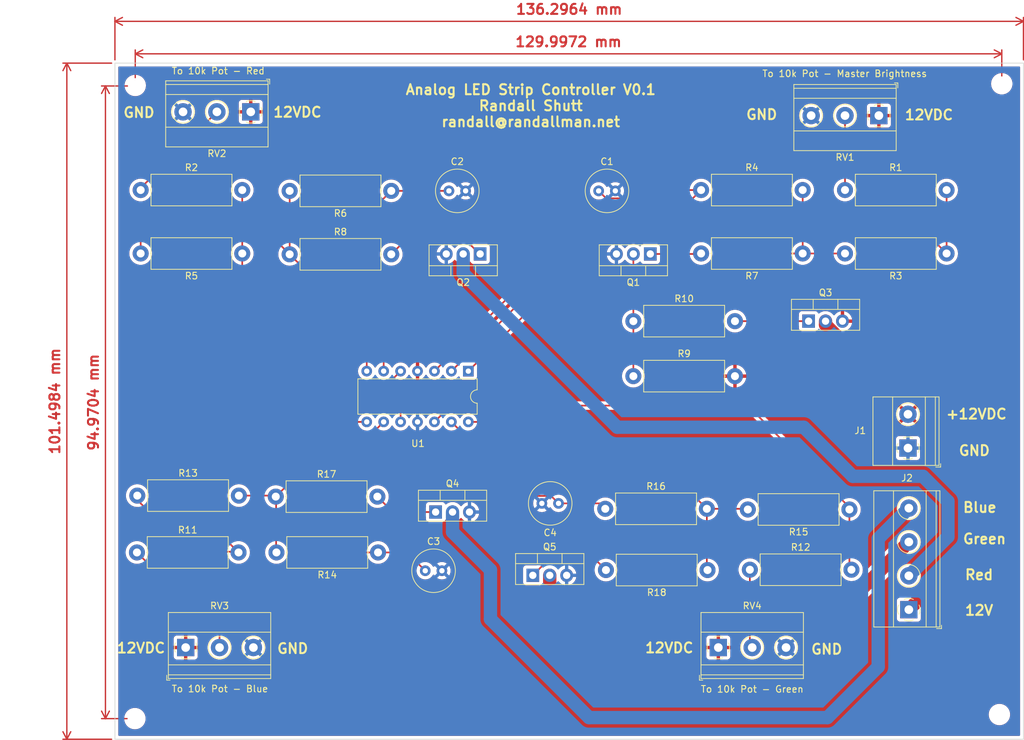
<source format=kicad_pcb>
(kicad_pcb (version 20211014) (generator pcbnew)
  (layers (0 "F.Cu" signal) (31 "B.Cu" signal) (34 "B.Paste" user) (35 "F.Paste" user) (36 "B.SilkS" user "B.Silkscreen") (37 "F.SilkS" user "F.Silkscreen") (38 "B.Mask" user) (39 "F.Mask" user) (44 "Edge.Cuts" user))
  (net 0 "")
  (net 1 "Net-(C1-Pad1)")
  (net 2 "GND")
  (net 3 "Net-(C2-Pad1)")
  (net 4 "Net-(C3-Pad1)")
  (net 5 "Net-(C4-Pad1)")
  (net 6 "+12V")
  (net 7 "Net-(J2-Pad1)")
  (net 8 "Net-(J2-Pad2)")
  (net 9 "Net-(J2-Pad3)")
  (net 10 "Net-(J2-Pad4)")
  (net 11 "Net-(Q1-Pad1)")
  (net 12 "Net-(Q1-Pad2)")
  (net 13 "Net-(Q2-Pad1)")
  (net 14 "Net-(Q3-Pad1)")
  (net 15 "Net-(Q4-Pad1)")
  (net 16 "Net-(Q5-Pad1)")
  (net 17 "Net-(R1-Pad1)")
  (net 18 "Net-(R1-Pad2)")
  (net 19 "Net-(R2-Pad1)")
  (net 20 "Net-(R2-Pad2)")
  (net 21 "Net-(R3-Pad2)")
  (net 22 "Net-(R5-Pad2)")
  (net 23 "Net-(R11-Pad1)")
  (net 24 "Net-(R11-Pad2)")
  (net 25 "Net-(R12-Pad1)")
  (net 26 "Net-(R12-Pad2)")
  (net 27 "Net-(R13-Pad2)")
  (net 28 "Net-(R15-Pad2)")
  (footprint "MountingHole:MountingHole_2.2mm_M2" (layer "F.Cu") (at 121.2596 54.2796)
    (fp_text reference "H2" hide)
    (fp_text value "MountingHole" hide)
    (pad "" np_thru_hole circle locked (at 0 0) (size 2.2 2.2) (drill 2.2) (layers *.Cu *.Mask))
  )
  (footprint "Resistor_THT:R_Axial_DIN0414_L11.9mm_D4.5mm_P15.24mm_Horizontal" (layer "F.Cu") (at 121.5136 124.3836)
    (fp_text reference "R11" (at 7.62 -3.37) (layer "F.SilkS"))
    (fp_text value "1k")
    (pad "1" thru_hole circle locked (at 0 0) (size 2.4 2.4) (drill 1.2) (layers *.Cu *.Mask) (net 23 "Net-(R11-Pad1)"))
    (pad "2" thru_hole oval locked (at 15.24 0) (size 2.4 2.4) (drill 1.2) (layers *.Cu *.Mask) (net 24 "Net-(R11-Pad2)"))
  )
  (footprint "Resistor_THT:R_Axial_DIN0414_L11.9mm_D4.5mm_P15.24mm_Horizontal" (layer "F.Cu") (at 191.77 117.8304)
    (fp_text reference "R16" (at 7.62 -3.37) (layer "F.SilkS"))
    (fp_text value "10k")
    (pad "1" thru_hole circle locked (at 0 0) (size 2.4 2.4) (drill 1.2) (layers *.Cu *.Mask) (net 5 "Net-(C4-Pad1)"))
    (pad "2" thru_hole oval locked (at 15.24 0) (size 2.4 2.4) (drill 1.2) (layers *.Cu *.Mask) (net 28 "Net-(R15-Pad2)"))
  )
  (footprint "TerminalBlock_Phoenix:TerminalBlock_Phoenix_MKDS-1,5-2-5.08_1x02_P5.08mm_Horizontal" (layer "F.Cu") (at 237.1854 108.7168 90)
    (fp_text reference "J1" (at 2.6212 -7.163) (layer "F.SilkS"))
    (fp_text value "Power")
    (pad "1" thru_hole rect locked (at 0 0 90) (size 2.6 2.6) (drill 1.3) (layers *.Cu *.Mask) (net 2 "GND"))
    (pad "2" thru_hole circle locked (at 5.08 0 90) (size 2.6 2.6) (drill 1.3) (layers *.Cu *.Mask) (net 6 "+12V"))
  )
  (footprint "MountingHole:MountingHole_2.2mm_M2" (layer "F.Cu") (at 121.2088 149.3264)
    (fp_text reference "H1" hide)
    (fp_text value "MountingHole" hide)
    (pad "" np_thru_hole circle locked (at 0 0) (size 2.2 2.2) (drill 2.2) (layers *.Cu *.Mask))
  )
  (footprint "TerminalBlock_Phoenix:TerminalBlock_Phoenix_MKDS-1,5-3-5.08_1x03_P5.08mm_Horizontal" (layer "F.Cu") (at 138.5874 58.2418 180)
    (fp_text reference "RV2" (at 5.08 -6.26) (layer "F.SilkS"))
    (fp_text value "To 10k Pot - Red" (at 4.8818 6.1466) (layer "F.SilkS"))
    (pad "1" thru_hole rect locked (at 0 0 180) (size 2.6 2.6) (drill 1.3) (layers *.Cu *.Mask) (net 6 "+12V"))
    (pad "2" thru_hole circle locked (at 5.08 0 180) (size 2.6 2.6) (drill 1.3) (layers *.Cu *.Mask) (net 19 "Net-(R2-Pad1)"))
    (pad "3" thru_hole circle locked (at 10.16 0 180) (size 2.6 2.6) (drill 1.3) (layers *.Cu *.Mask) (net 2 "GND"))
  )
  (footprint "Capacitor_THT:C_Radial_D6.3mm_H5.0mm_P2.50mm" (layer "F.Cu") (at 190.7794 70.1038)
    (fp_text reference "C1" (at 1.25 -4.4) (layer "F.SilkS"))
    (fp_text value "0.1uF")
    (pad "1" thru_hole circle locked (at 0 0) (size 1.6 1.6) (drill 0.8) (layers *.Cu *.Mask) (net 1 "Net-(C1-Pad1)"))
    (pad "2" thru_hole circle locked (at 2.5 0) (size 1.6 1.6) (drill 0.8) (layers *.Cu *.Mask) (net 2 "GND"))
  )
  (footprint "MountingHole:MountingHole_2.2mm_M2" (layer "F.Cu") (at 250.9012 148.7168)
    (fp_text reference "H4" hide)
    (fp_text value "MountingHole" hide)
    (pad "" np_thru_hole circle locked (at 0 0) (size 2.2 2.2) (drill 2.2) (layers *.Cu *.Mask))
  )
  (footprint "Resistor_THT:R_Axial_DIN0414_L11.9mm_D4.5mm_P15.24mm_Horizontal" (layer "F.Cu") (at 137.3124 79.5018 180)
    (fp_text reference "R5" (at 7.62 -3.37) (layer "F.SilkS"))
    (fp_text value "47k")
    (pad "1" thru_hole circle locked (at 0 0 180) (size 2.4 2.4) (drill 1.2) (layers *.Cu *.Mask) (net 20 "Net-(R2-Pad2)"))
    (pad "2" thru_hole oval locked (at 15.24 0 180) (size 2.4 2.4) (drill 1.2) (layers *.Cu *.Mask) (net 22 "Net-(R5-Pad2)"))
  )
  (footprint "Resistor_THT:R_Axial_DIN0414_L11.9mm_D4.5mm_P15.24mm_Horizontal" (layer "F.Cu") (at 157.6832 124.3836 180)
    (fp_text reference "R14" (at 7.62 -3.37) (layer "F.SilkS"))
    (fp_text value "10k")
    (pad "1" thru_hole circle locked (at 0 0 180) (size 2.4 2.4) (drill 1.2) (layers *.Cu *.Mask) (net 4 "Net-(C3-Pad1)"))
    (pad "2" thru_hole oval locked (at 15.24 0 180) (size 2.4 2.4) (drill 1.2) (layers *.Cu *.Mask) (net 27 "Net-(R13-Pad2)"))
  )
  (footprint "Resistor_THT:R_Axial_DIN0414_L11.9mm_D4.5mm_P15.24mm_Horizontal" (layer "F.Cu") (at 221.3864 79.5018 180)
    (fp_text reference "R7" (at 7.62 -3.37) (layer "F.SilkS"))
    (fp_text value "330")
    (pad "1" thru_hole circle locked (at 0 0 180) (size 2.4 2.4) (drill 1.2) (layers *.Cu *.Mask) (net 21 "Net-(R3-Pad2)"))
    (pad "2" thru_hole oval locked (at 15.24 0 180) (size 2.4 2.4) (drill 1.2) (layers *.Cu *.Mask) (net 11 "Net-(Q1-Pad1)"))
  )
  (footprint "Resistor_THT:R_Axial_DIN0414_L11.9mm_D4.5mm_P15.24mm_Horizontal" (layer "F.Cu") (at 213.4616 126.9744)
    (fp_text reference "R12" (at 7.62 -3.37) (layer "F.SilkS"))
    (fp_text value "1k")
    (pad "1" thru_hole circle locked (at 0 0) (size 2.4 2.4) (drill 1.2) (layers *.Cu *.Mask) (net 25 "Net-(R12-Pad1)"))
    (pad "2" thru_hole oval locked (at 15.24 0) (size 2.4 2.4) (drill 1.2) (layers *.Cu *.Mask) (net 26 "Net-(R12-Pad2)"))
  )
  (footprint "Resistor_THT:R_Axial_DIN0414_L11.9mm_D4.5mm_P15.24mm_Horizontal" (layer "F.Cu") (at 228.3968 117.932 180)
    (fp_text reference "R15" (at 7.62 -3.37) (layer "F.SilkS"))
    (fp_text value "47k")
    (pad "1" thru_hole circle locked (at 0 0 180) (size 2.4 2.4) (drill 1.2) (layers *.Cu *.Mask) (net 26 "Net-(R12-Pad2)"))
    (pad "2" thru_hole oval locked (at 15.24 0 180) (size 2.4 2.4) (drill 1.2) (layers *.Cu *.Mask) (net 28 "Net-(R15-Pad2)"))
  )
  (footprint "Resistor_THT:R_Axial_DIN0414_L11.9mm_D4.5mm_P15.24mm_Horizontal" (layer "F.Cu") (at 144.4244 79.6288)
    (fp_text reference "R8" (at 7.62 -3.37) (layer "F.SilkS"))
    (fp_text value "330")
    (pad "1" thru_hole circle locked (at 0 0) (size 2.4 2.4) (drill 1.2) (layers *.Cu *.Mask) (net 22 "Net-(R5-Pad2)"))
    (pad "2" thru_hole oval locked (at 15.24 0) (size 2.4 2.4) (drill 1.2) (layers *.Cu *.Mask) (net 13 "Net-(Q2-Pad1)"))
  )
  (footprint "MountingHole:MountingHole_2.2mm_M2" (layer "F.Cu") (at 251.2568 54.0256)
    (fp_text reference "H3" hide)
    (fp_text value "MountingHole" hide)
    (pad "" np_thru_hole circle locked (at 0 0) (size 2.2 2.2) (drill 2.2) (layers *.Cu *.Mask))
  )
  (footprint "Resistor_THT:R_Axial_DIN0414_L11.9mm_D4.5mm_P15.24mm_Horizontal" (layer "F.Cu") (at 207.1116 127.0252 180)
    (fp_text reference "R18" (at 7.62 -3.37) (layer "F.SilkS"))
    (fp_text value "330")
    (pad "1" thru_hole circle locked (at 0 0 180) (size 2.4 2.4) (drill 1.2) (layers *.Cu *.Mask) (net 28 "Net-(R15-Pad2)"))
    (pad "2" thru_hole oval locked (at 15.24 0 180) (size 2.4 2.4) (drill 1.2) (layers *.Cu *.Mask) (net 16 "Net-(Q5-Pad1)"))
  )
  (footprint "Capacitor_THT:C_Radial_D6.3mm_H5.0mm_P2.50mm" (layer "F.Cu") (at 168.3204 70.1038)
    (fp_text reference "C2" (at 1.25 -4.4) (layer "F.SilkS"))
    (fp_text value "0.1uF")
    (pad "1" thru_hole circle locked (at 0 0) (size 1.6 1.6) (drill 0.8) (layers *.Cu *.Mask) (net 3 "Net-(C2-Pad1)"))
    (pad "2" thru_hole circle locked (at 2.5 0) (size 1.6 1.6) (drill 0.8) (layers *.Cu *.Mask) (net 2 "GND"))
  )
  (footprint "TerminalBlock_Phoenix:TerminalBlock_Phoenix_MKDS-1,5-3-5.08_1x03_P5.08mm_Horizontal" (layer "F.Cu") (at 232.8164 58.8008 180)
    (fp_text reference "RV1" (at 5.08 -6.26) (layer "F.SilkS"))
    (fp_text value "To 10k Pot - Master Brightness" (at 5.1308 6.2992) (layer "F.SilkS"))
    (pad "1" thru_hole rect locked (at 0 0 180) (size 2.6 2.6) (drill 1.3) (layers *.Cu *.Mask) (net 6 "+12V"))
    (pad "2" thru_hole circle locked (at 5.08 0 180) (size 2.6 2.6) (drill 1.3) (layers *.Cu *.Mask) (net 17 "Net-(R1-Pad1)"))
    (pad "3" thru_hole circle locked (at 10.16 0 180) (size 2.6 2.6) (drill 1.3) (layers *.Cu *.Mask) (net 2 "GND"))
  )
  (footprint "Resistor_THT:R_Axial_DIN0414_L11.9mm_D4.5mm_P15.24mm_Horizontal" (layer "F.Cu") (at 122.0724 69.9768)
    (fp_text reference "R2" (at 7.62 -3.37) (layer "F.SilkS"))
    (fp_text value "1k")
    (pad "1" thru_hole circle locked (at 0 0) (size 2.4 2.4) (drill 1.2) (layers *.Cu *.Mask) (net 19 "Net-(R2-Pad1)"))
    (pad "2" thru_hole oval locked (at 15.24 0) (size 2.4 2.4) (drill 1.2) (layers *.Cu *.Mask) (net 20 "Net-(R2-Pad2)"))
  )
  (footprint "Package_TO_SOT_THT:TO-220-3_Vertical" (layer "F.Cu") (at 172.9994 79.5728 180)
    (fp_text reference "Q2" (at 2.54 -4.27) (layer "F.SilkS"))
    (fp_text value "IRLB8721")
    (pad "1" thru_hole rect locked (at 0 0 180) (size 1.905 2) (drill 1.1) (layers *.Cu *.Mask) (net 13 "Net-(Q2-Pad1)"))
    (pad "2" thru_hole oval locked (at 2.54 0 180) (size 1.905 2) (drill 1.1) (layers *.Cu *.Mask) (net 8 "Net-(J2-Pad2)"))
    (pad "3" thru_hole oval locked (at 5.08 0 180) (size 1.905 2) (drill 1.1) (layers *.Cu *.Mask) (net 2 "GND"))
  )
  (footprint "Resistor_THT:R_Axial_DIN0414_L11.9mm_D4.5mm_P15.24mm_Horizontal" (layer "F.Cu") (at 195.9864 89.6618)
    (fp_text reference "R10" (at 7.62 -3.37) (layer "F.SilkS"))
    (fp_text value "330")
    (pad "1" thru_hole circle locked (at 0 0) (size 2.4 2.4) (drill 1.2) (layers *.Cu *.Mask) (net 12 "Net-(Q1-Pad2)"))
    (pad "2" thru_hole oval locked (at 15.24 0) (size 2.4 2.4) (drill 1.2) (layers *.Cu *.Mask) (net 14 "Net-(Q3-Pad1)"))
  )
  (footprint "Resistor_THT:R_Axial_DIN0414_L11.9mm_D4.5mm_P15.24mm_Horizontal" (layer "F.Cu") (at 227.7364 69.9768)
    (fp_text reference "R1" (at 7.62 -3.37) (layer "F.SilkS"))
    (fp_text value "1k")
    (pad "1" thru_hole circle locked (at 0 0) (size 2.4 2.4) (drill 1.2) (layers *.Cu *.Mask) (net 17 "Net-(R1-Pad1)"))
    (pad "2" thru_hole oval locked (at 15.24 0) (size 2.4 2.4) (drill 1.2) (layers *.Cu *.Mask) (net 18 "Net-(R1-Pad2)"))
  )
  (footprint "Capacitor_THT:C_Radial_D6.3mm_H5.0mm_P2.50mm" (layer "F.Cu") (at 184.7596 117.0176 180)
    (fp_text reference "C4" (at 1.25 -4.4) (layer "F.SilkS"))
    (fp_text value "0.1uF")
    (pad "1" thru_hole circle locked (at 0 0 180) (size 1.6 1.6) (drill 0.8) (layers *.Cu *.Mask) (net 5 "Net-(C4-Pad1)"))
    (pad "2" thru_hole circle locked (at 2.5 0 180) (size 1.6 1.6) (drill 0.8) (layers *.Cu *.Mask) (net 2 "GND"))
  )
  (footprint "Resistor_THT:R_Axial_DIN0414_L11.9mm_D4.5mm_P15.24mm_Horizontal" (layer "F.Cu") (at 142.3416 116.0016)
    (fp_text reference "R17" (at 7.62 -3.37) (layer "F.SilkS"))
    (fp_text value "330")
    (pad "1" thru_hole circle locked (at 0 0) (size 2.4 2.4) (drill 1.2) (layers *.Cu *.Mask) (net 27 "Net-(R13-Pad2)"))
    (pad "2" thru_hole oval locked (at 15.24 0) (size 2.4 2.4) (drill 1.2) (layers *.Cu *.Mask) (net 15 "Net-(Q4-Pad1)"))
  )
  (footprint "Package_TO_SOT_THT:TO-220-3_Vertical" (layer "F.Cu") (at 198.5264 79.5728 180)
    (fp_text reference "Q1" (at 2.54 -4.27) (layer "F.SilkS"))
    (fp_text value "IRLB8721")
    (pad "1" thru_hole rect locked (at 0 0 180) (size 1.905 2) (drill 1.1) (layers *.Cu *.Mask) (net 11 "Net-(Q1-Pad1)"))
    (pad "2" thru_hole oval locked (at 2.54 0 180) (size 1.905 2) (drill 1.1) (layers *.Cu *.Mask) (net 12 "Net-(Q1-Pad2)"))
    (pad "3" thru_hole oval locked (at 5.08 0 180) (size 1.905 2) (drill 1.1) (layers *.Cu *.Mask) (net 2 "GND"))
  )
  (footprint "Resistor_THT:R_Axial_DIN0414_L11.9mm_D4.5mm_P15.24mm_Horizontal" (layer "F.Cu") (at 159.6644 70.1038 180)
    (fp_text reference "R6" (at 7.62 -3.37) (layer "F.SilkS"))
    (fp_text value "10k")
    (pad "1" thru_hole circle locked (at 0 0 180) (size 2.4 2.4) (drill 1.2) (layers *.Cu *.Mask) (net 3 "Net-(C2-Pad1)"))
    (pad "2" thru_hole oval locked (at 15.24 0 180) (size 2.4 2.4) (drill 1.2) (layers *.Cu *.Mask) (net 22 "Net-(R5-Pad2)"))
  )
  (footprint "Capacitor_THT:C_Radial_D6.3mm_H5.0mm_P2.50mm" (layer "F.Cu") (at 164.7644 127.1268)
    (fp_text reference "C3" (at 1.25 -4.4) (layer "F.SilkS"))
    (fp_text value "0.1uF")
    (pad "1" thru_hole circle locked (at 0 0) (size 1.6 1.6) (drill 0.8) (layers *.Cu *.Mask) (net 4 "Net-(C3-Pad1)"))
    (pad "2" thru_hole circle locked (at 2.5 0) (size 1.6 1.6) (drill 0.8) (layers *.Cu *.Mask) (net 2 "GND"))
  )
  (footprint "Resistor_THT:R_Axial_DIN0414_L11.9mm_D4.5mm_P15.24mm_Horizontal" (layer "F.Cu") (at 206.1464 69.9768)
    (fp_text reference "R4" (at 7.62 -3.37) (layer "F.SilkS"))
    (fp_text value "10k")
    (pad "1" thru_hole circle locked (at 0 0) (size 2.4 2.4) (drill 1.2) (layers *.Cu *.Mask) (net 1 "Net-(C1-Pad1)"))
    (pad "2" thru_hole oval locked (at 15.24 0) (size 2.4 2.4) (drill 1.2) (layers *.Cu *.Mask) (net 21 "Net-(R3-Pad2)"))
  )
  (footprint "Resistor_THT:R_Axial_DIN0414_L11.9mm_D4.5mm_P15.24mm_Horizontal" (layer "F.Cu") (at 242.9764 79.5018 180)
    (fp_text reference "R3" (at 7.62 -3.37) (layer "F.SilkS"))
    (fp_text value "47k")
    (pad "1" thru_hole circle locked (at 0 0 180) (size 2.4 2.4) (drill 1.2) (layers *.Cu *.Mask) (net 18 "Net-(R1-Pad2)"))
    (pad "2" thru_hole oval locked (at 15.24 0 180) (size 2.4 2.4) (drill 1.2) (layers *.Cu *.Mask) (net 21 "Net-(R3-Pad2)"))
  )
  (footprint "Resistor_THT:R_Axial_DIN0414_L11.9mm_D4.5mm_P15.24mm_Horizontal" (layer "F.Cu") (at 121.5644 115.8492)
    (fp_text reference "R13" (at 7.62 -3.37) (layer "F.SilkS"))
    (fp_text value "47k")
    (pad "1" thru_hole circle locked (at 0 0) (size 2.4 2.4) (drill 1.2) (layers *.Cu *.Mask) (net 24 "Net-(R11-Pad2)"))
    (pad "2" thru_hole oval locked (at 15.24 0) (size 2.4 2.4) (drill 1.2) (layers *.Cu *.Mask) (net 27 "Net-(R13-Pad2)"))
  )
  (footprint "Package_TO_SOT_THT:TO-220-3_Vertical" (layer "F.Cu") (at 180.8988 127.8178)
    (fp_text reference "Q5" (at 2.54 -4.27) (layer "F.SilkS"))
    (fp_text value "IRLB8721")
    (pad "1" thru_hole rect locked (at 0 0) (size 1.905 2) (drill 1.1) (layers *.Cu *.Mask) (net 16 "Net-(Q5-Pad1)"))
    (pad "2" thru_hole oval locked (at 2.54 0) (size 1.905 2) (drill 1.1) (layers *.Cu *.Mask) (net 9 "Net-(J2-Pad3)"))
    (pad "3" thru_hole oval locked (at 5.08 0) (size 1.905 2) (drill 1.1) (layers *.Cu *.Mask) (net 2 "GND"))
  )
  (footprint "TerminalBlock_Phoenix:TerminalBlock_Phoenix_MKDS-1,5-4-5.08_1x04_P5.08mm_Horizontal" (layer "F.Cu") (at 237.3124 132.9688 90)
    (fp_text reference "J2" (at 19.7612 -0.2796 180) (layer "F.SilkS"))
    (fp_text value "To LEDs")
    (pad "1" thru_hole rect locked (at 0 0 90) (size 2.6 2.6) (drill 1.3) (layers *.Cu *.Mask) (net 7 "Net-(J2-Pad1)"))
    (pad "2" thru_hole circle locked (at 5.08 0 90) (size 2.6 2.6) (drill 1.3) (layers *.Cu *.Mask) (net 8 "Net-(J2-Pad2)"))
    (pad "3" thru_hole circle locked (at 10.16 0 90) (size 2.6 2.6) (drill 1.3) (layers *.Cu *.Mask) (net 9 "Net-(J2-Pad3)"))
    (pad "4" thru_hole circle locked (at 15.24 0 90) (size 2.6 2.6) (drill 1.3) (layers *.Cu *.Mask) (net 10 "Net-(J2-Pad4)"))
  )
  (footprint "Package_TO_SOT_THT:TO-220-3_Vertical" (layer "F.Cu") (at 222.2754 89.6618)
    (fp_text reference "Q3" (at 2.54 -4.27) (layer "F.SilkS"))
    (fp_text value "IRF5210L")
    (pad "1" thru_hole rect locked (at 0 0) (size 1.905 2) (drill 1.1) (layers *.Cu *.Mask) (net 14 "Net-(Q3-Pad1)"))
    (pad "2" thru_hole oval locked (at 2.54 0) (size 1.905 2) (drill 1.1) (layers *.Cu *.Mask) (net 7 "Net-(J2-Pad1)"))
    (pad "3" thru_hole oval locked (at 5.08 0) (size 1.905 2) (drill 1.1) (layers *.Cu *.Mask) (net 6 "+12V"))
  )
  (footprint "TerminalBlock_Phoenix:TerminalBlock_Phoenix_MKDS-1,5-3-5.08_1x03_P5.08mm_Horizontal" (layer "F.Cu") (at 128.8238 138.6586)
    (fp_text reference "RV3" (at 5.08 -6.26) (layer "F.SilkS"))
    (fp_text value "To 10k Pot - Blue" (at 5.1358 6.1974) (layer "F.SilkS"))
    (pad "1" thru_hole rect locked (at 0 0) (size 2.6 2.6) (drill 1.3) (layers *.Cu *.Mask) (net 6 "+12V"))
    (pad "2" thru_hole circle locked (at 5.08 0) (size 2.6 2.6) (drill 1.3) (layers *.Cu *.Mask) (net 23 "Net-(R11-Pad1)"))
    (pad "3" thru_hole circle locked (at 10.16 0) (size 2.6 2.6) (drill 1.3) (layers *.Cu *.Mask) (net 2 "GND"))
  )
  (footprint "Resistor_THT:R_Axial_DIN0414_L11.9mm_D4.5mm_P15.24mm_Horizontal" (layer "F.Cu") (at 195.9864 97.9168)
    (fp_text reference "R9" (at 7.62 -3.37) (layer "F.SilkS"))
    (fp_text value "1k")
    (pad "1" thru_hole circle locked (at 0 0) (size 2.4 2.4) (drill 1.2) (layers *.Cu *.Mask) (net 12 "Net-(Q1-Pad2)"))
    (pad "2" thru_hole oval locked (at 15.24 0) (size 2.4 2.4) (drill 1.2) (layers *.Cu *.Mask) (net 6 "+12V"))
  )
  (footprint "Package_DIP:DIP-14_W7.62mm" (layer "F.Cu") (at 171.2264 97.1648 -90)
    (fp_text reference "U1" (at 10.8612 7.5488 180) (layer "F.SilkS"))
    (fp_text value "LM224")
    (pad "1" thru_hole rect locked (at 0 0 270) (size 1.6 1.6) (drill 0.8) (layers *.Cu *.Mask) (net 21 "Net-(R3-Pad2)"))
    (pad "2" thru_hole oval locked (at 0 2.54 270) (size 1.6 1.6) (drill 0.8) (layers *.Cu *.Mask) (net 1 "Net-(C1-Pad1)"))
    (pad "3" thru_hole oval locked (at 0 5.08 270) (size 1.6 1.6) (drill 0.8) (layers *.Cu *.Mask) (net 18 "Net-(R1-Pad2)"))
    (pad "4" thru_hole oval locked (at 0 7.62 270) (size 1.6 1.6) (drill 0.8) (layers *.Cu *.Mask) (net 6 "+12V"))
    (pad "5" thru_hole oval locked (at 0 10.16 270) (size 1.6 1.6) (drill 0.8) (layers *.Cu *.Mask) (net 20 "Net-(R2-Pad2)"))
    (pad "6" thru_hole oval locked (at 0 12.7 270) (size 1.6 1.6) (drill 0.8) (layers *.Cu *.Mask) (net 3 "Net-(C2-Pad1)"))
    (pad "7" thru_hole oval locked (at 0 15.24 270) (size 1.6 1.6) (drill 0.8) (layers *.Cu *.Mask) (net 22 "Net-(R5-Pad2)"))
    (pad "8" thru_hole oval locked (at 7.62 15.24 270) (size 1.6 1.6) (drill 0.8) (layers *.Cu *.Mask) (net 27 "Net-(R13-Pad2)"))
    (pad "9" thru_hole oval locked (at 7.62 12.7 270) (size 1.6 1.6) (drill 0.8) (layers *.Cu *.Mask) (net 4 "Net-(C3-Pad1)"))
    (pad "10" thru_hole oval locked (at 7.62 10.16 270) (size 1.6 1.6) (drill 0.8) (layers *.Cu *.Mask) (net 24 "Net-(R11-Pad2)"))
    (pad "11" thru_hole oval locked (at 7.62 7.62 270) (size 1.6 1.6) (drill 0.8) (layers *.Cu *.Mask) (net 2 "GND"))
    (pad "12" thru_hole oval locked (at 7.62 5.08 270) (size 1.6 1.6) (drill 0.8) (layers *.Cu *.Mask) (net 26 "Net-(R12-Pad2)"))
    (pad "13" thru_hole oval locked (at 7.62 2.54 270) (size 1.6 1.6) (drill 0.8) (layers *.Cu *.Mask) (net 5 "Net-(C4-Pad1)"))
    (pad "14" thru_hole oval locked (at 7.62 0 270) (size 1.6 1.6) (drill 0.8) (layers *.Cu *.Mask) (net 28 "Net-(R15-Pad2)"))
  )
  (footprint "Package_TO_SOT_THT:TO-220-3_Vertical" (layer "F.Cu") (at 166.3192 118.3182)
    (fp_text reference "Q4" (at 2.54 -4.27) (layer "F.SilkS"))
    (fp_text value "IRLB8721")
    (pad "1" thru_hole rect locked (at 0 0) (size 1.905 2) (drill 1.1) (layers *.Cu *.Mask) (net 15 "Net-(Q4-Pad1)"))
    (pad "2" thru_hole oval locked (at 2.54 0) (size 1.905 2) (drill 1.1) (layers *.Cu *.Mask) (net 10 "Net-(J2-Pad4)"))
    (pad "3" thru_hole oval locked (at 5.08 0) (size 1.905 2) (drill 1.1) (layers *.Cu *.Mask) (net 2 "GND"))
  )
  (footprint "TerminalBlock_Phoenix:TerminalBlock_Phoenix_MKDS-1,5-3-5.08_1x03_P5.08mm_Horizontal" (layer "F.Cu") (at 208.7322 138.6586)
    (fp_text reference "RV4" (at 5.08 -6.26) (layer "F.SilkS"))
    (fp_text value "To 10k Pot - Green" (at 5.08 6.2482) (layer "F.SilkS"))
    (pad "1" thru_hole rect locked (at 0 0) (size 2.6 2.6) (drill 1.3) (layers *.Cu *.Mask) (net 6 "+12V"))
    (pad "2" thru_hole circle locked (at 5.08 0) (size 2.6 2.6) (drill 1.3) (layers *.Cu *.Mask) (net 25 "Net-(R12-Pad1)"))
    (pad "3" thru_hole circle locked (at 10.16 0) (size 2.6 2.6) (drill 1.3) (layers *.Cu *.Mask) (net 2 "GND"))
  )
  (gr_rect (start 254.508 50.9268) (end 118.2116 152.4252) (layer "Edge.Cuts") (width 0.1) (fill none))
  (gr_text "GND" (at 144.8816 138.8108) (layer "F.SilkS") (effects (font (size 1.5 1.5) (thickness 0.3))))
  (gr_text "Green" (at 248.666 122.3516) (layer "F.SilkS") (effects (font (size 1.5 1.5) (thickness 0.3))))
  (gr_text "GND" (at 121.8184 58.3436) (layer "F.SilkS") (effects (font (size 1.5 1.5) (thickness 0.3))))
  (gr_text "GND" (at 247.142 109.0928) (layer "F.SilkS") (effects (font (size 1.5 1.5) (thickness 0.3))))
  (gr_text "12V" (at 247.8532 133.0704) (layer "F.SilkS") (effects (font (size 1.5 1.5) (thickness 0.3))))
  (gr_text "GND" (at 224.9932 138.9124) (layer "F.SilkS") (effects (font (size 1.5 1.5) (thickness 0.3))))
  (gr_text "Analog LED Strip Controller V0.1\nRandall Shutt\nrandall@randallman.net" (at 180.594 57.3276) (layer "F.SilkS") (effects (font (size 1.5 1.5) (thickness 0.3))))
  (gr_text "12VDC" (at 145.5928 58.2928) (layer "F.SilkS") (effects (font (size 1.5 1.5) (thickness 0.3))))
  (gr_text "Blue" (at 247.9548 117.6272) (layer "F.SilkS") (effects (font (size 1.5 1.5) (thickness 0.3))))
  (gr_text "Red" (at 247.8532 127.7364) (layer "F.SilkS") (effects (font (size 1.5 1.5) (thickness 0.3))))
  (gr_text "+12VDC" (at 247.4468 103.6064) (layer "F.SilkS") (effects (font (size 1.5 1.5) (thickness 0.3))))
  (gr_text "12VDC" (at 122.1232 138.7348) (layer "F.SilkS") (effects (font (size 1.5 1.5) (thickness 0.3))))
  (gr_text "12VDC" (at 240.3348 58.6992) (layer "F.SilkS") (effects (font (size 1.5 1.5) (thickness 0.3))))
  (gr_text "GND" (at 215.2396 58.6484) (layer "F.SilkS") (effects (font (size 1.5 1.5) (thickness 0.3))))
  (gr_text "12VDC" (at 201.3712 138.7092) (layer "F.SilkS") (effects (font (size 1.5 1.5) (thickness 0.3))))
  (dimension (type orthogonal) (layer "F.Cu") (pts (xy 118.2116 50.9268) (xy 118.2116 152.4252)) (height -7.2136) (orientation 1) (gr_text "101.4984 mm" (at 109.198 101.676 90) (layer "F.Cu") (effects (font (size 1.5 1.5) (thickness 0.3)))) (format (units 3) (units_format 1) (precision 4)) (style (thickness 0.2) (arrow_length 1.27) (text_position_mode 0) (extension_height 0.58642) (extension_offset 0.5) keep_text_aligned))
  (dimension (type orthogonal) (layer "F.Cu") (pts (xy 254.508 50.9268) (xy 118.2116 50.9268)) (height -6.2736) (orientation 0) (gr_text "136.2964 mm" (at 186.3598 42.8532) (layer "F.Cu") (effects (font (size 1.5 1.5) (thickness 0.3)))) (format (units 3) (units_format 1) (precision 4)) (style (thickness 0.2) (arrow_length 1.27) (text_position_mode 0) (extension_height 0.58642) (extension_offset 0.5) keep_text_aligned))
  (dimension (type orthogonal) (layer "F.Cu") (pts (xy 121.2596 54.2036) (xy 251.2568 54.0256)) (height -4.6736) (orientation 0) (gr_text "129.9972 mm" (at 186.2582 47.73) (layer "F.Cu") (effects (font (size 1.5 1.5) (thickness 0.3)))) (format (units 3) (units_format 1) (precision 4)) (style (thickness 0.2) (arrow_length 1.27) (text_position_mode 0) (extension_height 0.58642) (extension_offset 0.5) keep_text_aligned))
  (dimension (type orthogonal) (layer "F.Cu") (pts (xy 121.158 149.3264) (xy 121.158 54.356)) (height -4.3688) (orientation 1) (gr_text "94.9704 mm" (at 114.9892 101.8412 90) (layer "F.Cu") (effects (font (size 1.5 1.5) (thickness 0.3)))) (format (units 3) (units_format 1) (precision 4)) (style (thickness 0.2) (arrow_length 1.27) (text_position_mode 0) (extension_height 0.58642) (extension_offset 0.5) keep_text_aligned))
  (segment (start 177.3884 88.4478) (end 190.1444 75.6918) (width 0.25) (layer "F.Cu") (net 1))
  (segment (start 190.1444 75.6918) (end 200.4314 75.6918) (width 0.25) (layer "F.Cu") (net 1))
  (segment (start 202.9968 69.926) (end 203.0476 69.9768) (width 0.25) (layer "F.Cu") (net 1))
  (segment (start 177.3884 88.4628) (end 177.3884 88.4478) (width 0.25) (layer "F.Cu") (net 1))
  (segment (start 203.0476 69.9768) (end 206.1464 69.9768) (width 0.25) (layer "F.Cu") (net 1))
  (segment (start 190.7794 70.1038) (end 191.903911 71.228311) (width 0.25) (layer "F.Cu") (net 1))
  (segment (start 200.4314 75.6918) (end 206.1464 69.9768) (width 0.25) (layer "F.Cu") (net 1))
  (segment (start 201.694489 71.228311) (end 202.9968 69.926) (width 0.25) (layer "F.Cu") (net 1))
  (segment (start 168.6864 97.1648) (end 177.3884 88.4628) (width 0.25) (layer "F.Cu") (net 1))
  (segment (start 191.903911 71.228311) (end 201.694489 71.228311) (width 0.25) (layer "F.Cu") (net 1))
  (segment (start 186.0804 127.0252) (end 185.9788 127.1268) (width 0.25) (layer "F.Cu") (net 2))
  (segment (start 168.3204 70.1038) (end 159.6644 70.1038) (width 0.25) (layer "F.Cu") (net 3))
  (segment (start 158.5264 90.5558) (end 158.5264 97.1648) (width 0.25) (layer "F.Cu") (net 3))
  (segment (start 159.6644 70.1038) (end 156.3624 73.4058) (width 0.25) (layer "F.Cu") (net 3))
  (segment (start 156.3624 88.3918) (end 158.5264 90.5558) (width 0.25) (layer "F.Cu") (net 3))
  (segment (start 156.3624 73.4058) (end 156.3624 88.3918) (width 0.25) (layer "F.Cu") (net 3))
  (segment (start 153.162 121.6912) (end 155.8544 124.3836) (width 0.25) (layer "F.Cu") (net 4))
  (segment (start 153.162 110.1492) (end 158.5264 104.7848) (width 0.25) (layer "F.Cu") (net 4))
  (segment (start 155.8544 124.3836) (end 157.6832 124.3836) (width 0.25) (layer "F.Cu") (net 4))
  (segment (start 162.0212 124.3836) (end 164.7644 127.1268) (width 0.25) (layer "F.Cu") (net 4))
  (segment (start 157.6832 124.3836) (end 162.0212 124.3836) (width 0.25) (layer "F.Cu") (net 4))
  (segment (start 153.162 121.6912) (end 153.162 110.1492) (width 0.25) (layer "F.Cu") (net 4))
  (segment (start 190.9572 117.0176) (end 191.77 117.8304) (width 0.25) (layer "F.Cu") (net 5))
  (segment (start 183.635089 115.893089) (end 179.794689 115.893089) (width 0.25) (layer "F.Cu") (net 5))
  (segment (start 184.7596 117.0176) (end 183.635089 115.893089) (width 0.25) (layer "F.Cu") (net 5))
  (segment (start 179.794689 115.893089) (end 168.6864 104.7848) (width 0.25) (layer "F.Cu") (net 5))
  (segment (start 184.7596 117.0176) (end 190.9572 117.0176) (width 0.25) (layer "F.Cu") (net 5))
  (segment (start 232.113085 97.5104) (end 243.332 97.5104) (width 2) (layer "F.Cu") (net 7))
  (segment (start 224.8154 89.6618) (end 224.8154 90.212715) (width 2) (layer "F.Cu") (net 7))
  (segment (start 243.332 97.5104) (end 248.5644 102.7428) (width 2) (layer "F.Cu") (net 7))
  (segment (start 248.5644 102.7428) (end 248.5644 121.7168) (width 2) (layer "F.Cu") (net 7))
  (segment (start 224.8154 90.212715) (end 232.113085 97.5104) (width 2) (layer "F.Cu") (net 7))
  (segment (start 248.5644 121.7168) (end 237.3124 132.9688) (width 2) (layer "F.Cu") (net 7))
  (segment (start 243.1796 122.0216) (end 243.1796 116.7128) (width 2) (layer "B.Cu") (net 8))
  (segment (start 239.4204 112.9536) (end 228.9048 112.9536) (width 2) (layer "B.Cu") (net 8))
  (segment (start 221.5388 105.5876) (end 193.5692 105.5876) (width 2) (layer "B.Cu") (net 8))
  (segment (start 170.4594 82.4778) (end 193.5692 105.5876) (width 2) (layer "B.Cu") (net 8))
  (segment (start 237.3124 127.8888) (end 243.1796 122.0216) (width 2) (layer "B.Cu") (net 8))
  (segment (start 170.4594 79.5728) (end 170.4594 82.4778) (width 2) (layer "B.Cu") (net 8))
  (segment (start 228.9048 112.9536) (end 221.5388 105.5876) (width 2) (layer "B.Cu") (net 8))
  (segment (start 243.1796 116.7128) (end 239.4204 112.9536) (width 2) (layer "B.Cu") (net 8))
  (segment (start 183.5404 127.1268) (end 183.5404 127.289922) (width 0.25) (layer "F.Cu") (net 9))
  (segment (start 183.4388 127.1268) (end 183.5404 127.1268) (width 0.25) (layer "F.Cu") (net 9))
  (segment (start 183.4388 130.8178) (end 198.0866 145.4656) (width 2) (layer "F.Cu") (net 9))
  (segment (start 228.854 137.998) (end 228.854 131.2672) (width 2) (layer "F.Cu") (net 9))
  (segment (start 198.0866 145.4656) (end 221.3864 145.4656) (width 2) (layer "F.Cu") (net 9))
  (segment (start 183.4388 127.8178) (end 183.4388 130.8178) (width 2) (layer "F.Cu") (net 9))
  (segment (start 221.3864 145.4656) (end 228.854 137.998) (width 2) (layer "F.Cu") (net 9))
  (segment (start 228.854 131.2672) (end 237.3124 122.8088) (width 2) (layer "F.Cu") (net 9))
  (segment (start 168.8592 118.3182) (end 168.8592 121.3182) (width 2) (layer "B.Cu") (net 10))
  (segment (start 168.8592 121.3182) (end 174.5488 127.0078) (width 2) (layer "B.Cu") (net 10))
  (segment (start 232.7148 141.554) (end 232.7148 122.3264) (width 2) (layer "B.Cu") (net 10))
  (segment (start 232.7148 122.3264) (end 237.3124 117.7288) (width 2) (layer "B.Cu") (net 10))
  (segment (start 225.0948 149.174) (end 232.7148 141.554) (width 2) (layer "B.Cu") (net 10))
  (segment (start 189.3316 149.174) (end 225.0948 149.174) (width 2) (layer "B.Cu") (net 10))
  (segment (start 174.5488 134.3912) (end 189.3316 149.174) (width 2) (layer "B.Cu") (net 10))
  (segment (start 174.5488 127.0078) (end 174.5488 134.3912) (width 2) (layer "B.Cu") (net 10))
  (segment (start 206.0754 79.5728) (end 206.1464 79.5018) (width 0.25) (layer "F.Cu") (net 11))
  (segment (start 198.5264 79.5728) (end 206.0754 79.5728) (width 0.25) (layer "F.Cu") (net 11))
  (segment (start 195.9864 89.6618) (end 195.9864 97.9168) (width 0.25) (layer "F.Cu") (net 12))
  (segment (start 195.9864 79.5728) (end 195.9864 89.6618) (width 0.25) (layer "F.Cu") (net 12))
  (segment (start 172.918 79.5728) (end 169.2148 75.8696) (width 0.25) (layer "F.Cu") (net 13))
  (segment (start 172.9994 79.5728) (end 172.918 79.5728) (width 0.25) (layer "F.Cu") (net 13))
  (segment (start 169.2148 75.8696) (end 163.4236 75.8696) (width 0.25) (layer "F.Cu") (net 13))
  (segment (start 163.4236 75.8696) (end 159.6644 79.6288) (width 0.25) (layer "F.Cu") (net 13))
  (segment (start 211.2264 89.6618) (end 222.2754 89.6618) (width 0.25) (layer "F.Cu") (net 14))
  (segment (start 159.8982 118.3182) (end 166.3192 118.3182) (width 0.25) (layer "F.Cu") (net 15))
  (segment (start 157.5816 116.0016) (end 159.8982 118.3182) (width 0.25) (layer "F.Cu") (net 15))
  (segment (start 182.8914 125.8252) (end 190.6716 125.8252) (width 0.25) (layer "F.Cu") (net 16))
  (segment (start 190.6716 125.8252) (end 191.8716 127.0252) (width 0.25) (layer "F.Cu") (net 16))
  (segment (start 180.8988 127.8178) (end 182.8914 125.8252) (width 0.25) (layer "F.Cu") (net 16))
  (segment (start 227.7364 58.8008) (end 227.7364 69.9768) (width 0.25) (layer "F.Cu") (net 17))
  (segment (start 224.1804 72.0088) (end 228.7524 76.5808) (width 0.25) (layer "F.Cu") (net 18))
  (segment (start 228.7524 76.5808) (end 240.0554 76.5808) (width 0.25) (layer "F.Cu") (net 18))
  (segment (start 242.9764 69.9768) (end 242.9764 79.5018) (width 0.25) (layer "F.Cu") (net 18))
  (segment (start 177.5714 78.1048) (end 189.2554 66.4208) (width 0.25) (layer "F.Cu") (net 18))
  (segment (start 166.1464 97.1648) (end 177.5714 85.7398) (width 0.25) (layer "F.Cu") (net 18))
  (segment (start 189.2554 66.4208) (end 223.4184 66.4208) (width 0.25) (layer "F.Cu") (net 18))
  (segment (start 240.0554 76.5808) (end 242.9764 79.5018) (width 0.25) (layer "F.Cu") (net 18))
  (segment (start 223.4184 66.4208) (end 224.1804 67.1828) (width 0.25) (layer "F.Cu") (net 18))
  (segment (start 177.5714 85.7398) (end 177.5714 78.1048) (width 0.25) (layer "F.Cu") (net 18))
  (segment (start 224.1804 67.1828) (end 224.1804 72.0088) (width 0.25) (layer "F.Cu") (net 18))
  (segment (start 122.0724 69.6768) (end 122.0724 69.9768) (width 0.25) (layer "F.Cu") (net 19))
  (segment (start 133.5074 58.2418) (end 122.0724 69.6768) (width 0.25) (layer "F.Cu") (net 19))
  (segment (start 152.1714 99.1868) (end 159.0444 99.1868) (width 0.25) (layer "F.Cu") (net 20))
  (segment (start 137.3124 79.5018) (end 137.3124 84.3278) (width 0.25) (layer "F.Cu") (net 20))
  (segment (start 159.0444 99.1868) (end 161.0664 97.1648) (width 0.25) (layer "F.Cu") (net 20))
  (segment (start 137.3124 69.9768) (end 137.3124 79.5018) (width 0.25) (layer "F.Cu") (net 20))
  (segment (start 137.3124 84.3278) (end 152.1714 99.1868) (width 0.25) (layer "F.Cu") (net 20))
  (segment (start 221.3864 69.9768) (end 221.3864 79.5018) (width 0.25) (layer "F.Cu") (net 21))
  (segment (start 209.1944 79.5018) (end 206.5274 76.8348) (width 0.25) (layer "F.Cu") (net 21))
  (segment (start 191.5564 76.8348) (end 171.2264 97.1648) (width 0.25) (layer "F.Cu") (net 21))
  (segment (start 206.5274 76.8348) (end 191.5564 76.8348) (width 0.25) (layer "F.Cu") (net 21))
  (segment (start 221.3864 79.5018) (end 209.1944 79.5018) (width 0.25) (layer "F.Cu") (net 21))
  (segment (start 227.7364 79.5018) (end 221.3864 79.5018) (width 0.25) (layer "F.Cu") (net 21))
  (segment (start 132.3594 66.6748) (end 122.0724 76.9618) (width 0.25) (layer "F.Cu") (net 22))
  (segment (start 122.0724 76.9618) (end 122.0724 79.5018) (width 0.25) (layer "F.Cu") (net 22))
  (segment (start 140.7414 75.9458) (end 140.7414 68.7068) (width 0.25) (layer "F.Cu") (net 22))
  (segment (start 144.4244 79.6288) (end 140.7414 75.9458) (width 0.25) (layer "F.Cu") (net 22))
  (segment (start 140.7414 68.7068) (end 138.7094 66.6748) (width 0.25) (layer "F.Cu") (net 22))
  (segment (start 138.7094 66.6748) (end 132.3594 66.6748) (width 0.25) (layer "F.Cu") (net 22))
  (segment (start 155.9864 91.1908) (end 155.9864 97.1648) (width 0.25) (layer "F.Cu") (net 22))
  (segment (start 144.4244 70.1038) (end 144.4244 79.6288) (width 0.25) (layer "F.Cu") (net 22))
  (segment (start 144.4244 79.6288) (end 155.9864 91.1908) (width 0.25) (layer "F.Cu") (net 22))
  (segment (start 121.5136 124.3836) (end 133.9038 136.7738) (width 0.25) (layer "F.Cu") (net 23))
  (segment (start 133.9038 136.7738) (end 133.9038 138.6586) (width 0.25) (layer "F.Cu") (net 23))
  (segment (start 129.3368 124.282) (end 121.5136 116.4588) (width 0.25) (layer "F.Cu") (net 24))
  (segment (start 161.0664 103.4336) (end 160.3248 102.692) (width 0.25) (layer "F.Cu") (net 24))
  (segment (start 161.0664 104.7848) (end 161.0664 103.4336) (width 0.25) (layer "F.Cu") (net 24))
  (segment (start 131.8768 115.1888) (end 131.8768 119.5068) (width 0.25) (layer "F.Cu") (net 24))
  (segment (start 160.3248 102.692) (end 144.3736 102.692) (width 0.25) (layer "F.Cu") (net 24))
  (segment (start 136.7536 124.282) (end 129.3368 124.282) (width 0.25) (layer "F.Cu") (net 24))
  (segment (start 144.3736 102.692) (end 131.8768 115.1888) (width 0.25) (layer "F.Cu") (net 24))
  (segment (start 131.8768 119.5068) (end 136.7536 124.3836) (width 0.25) (layer "F.Cu") (net 24))
  (segment (start 213.4616 126.9744) (end 213.4616 138.308) (width 0.25) (layer "F.Cu") (net 25))
  (segment (start 213.4616 138.308) (end 213.8122 138.6586) (width 0.25) (layer "F.Cu") (net 25))
  (segment (start 227.9904 117.932) (end 227.9904 117.194683) (width 0.25) (layer "F.Cu") (net 26))
  (segment (start 228.3968 117.932) (end 227.9904 117.932) (width 0.25) (layer "F.Cu") (net 26))
  (segment (start 214.456006 103.635606) (end 213.1568 102.3364) (width 0.25) (layer "F.Cu") (net 26))
  (segment (start 228.3968 126.6696) (end 228.7016 126.9744) (width 0.25) (layer "F.Cu") (net 26))
  (segment (start 213.1568 102.3364) (end 168.5948 102.3364) (width 0.25) (layer "F.Cu") (net 26))
  (segment (start 227.9904 117.194683) (end 214.456006 103.660289) (width 0.25) (layer "F.Cu") (net 26))
  (segment (start 168.5948 102.3364) (end 166.1464 104.7848) (width 0.25) (layer "F.Cu") (net 26))
  (segment (start 228.3968 117.932) (end 228.3968 126.6696) (width 0.25) (layer "F.Cu") (net 26))
  (segment (start 214.456006 103.660289) (end 214.456006 103.635606) (width 0.25) (layer "F.Cu") (net 26))
  (segment (start 142.3924 115.9) (end 142.3924 124.282) (width 0.25) (layer "F.Cu") (net 27))
  (segment (start 142.3416 116.0016) (end 153.5584 104.7848) (width 0.25) (layer "F.Cu") (net 27))
  (segment (start 153.5584 104.7848) (end 155.9864 104.7848) (width 0.25) (layer "F.Cu") (net 27))
  (segment (start 136.8044 115.8492) (end 142.3416 115.8492) (width 0.25) (layer "F.Cu") (net 27))
  (segment (start 142.3416 115.8492) (end 142.3924 115.9) (width 0.25) (layer "F.Cu") (net 27))
  (segment (start 207.01 117.8304) (end 198.12 108.9404) (width 0.25) (layer "F.Cu") (net 28))
  (segment (start 183.0324 108.9404) (end 178.8768 104.7848) (width 0.25) (layer "F.Cu") (net 28))
  (segment (start 178.8768 104.7848) (end 171.2264 104.7848) (width 0.25) (layer "F.Cu") (net 28))
  (segment (start 198.12 108.9404) (end 183.0324 108.9404) (width 0.25) (layer "F.Cu") (net 28))
  (segment (start 207.01 117.8304) (end 213.0552 117.8304) (width 0.25) (layer "F.Cu") (net 28))
  (segment (start 213.0552 117.8304) (end 213.1568 117.932) (width 0.25) (layer "F.Cu") (net 28))
  (segment (start 207.01 117.8304) (end 207.01 126.9236) (width 0.25) (layer "F.Cu") (net 28))
  (segment (start 207.01 126.9236) (end 207.1116 127.0252) (width 0.25) (layer "F.Cu") (net 28))
  (zone (net 6) (net_name "+12V") (layer "F.Cu") (connect_pads (clearance 0.508)) (min_thickness 0.254) (fill yes (thermal_gap 0.508) (thermal_bridge_width 0.508))
    (polygon (pts (xy 254.508 152.4252) (xy 118.2116 152.4252) (xy 118.2116 50.9268) (xy 254.508 50.9268)))
  )
  (zone (net 2) (net_name "GND") (layer "B.Cu") (connect_pads (clearance 0.508)) (min_thickness 0.254) (fill yes (thermal_gap 0.508) (thermal_bridge_width 0.508))
    (polygon (pts (xy 254.508 152.4252) (xy 118.2116 152.4252) (xy 118.2116 50.9268) (xy 254.508 50.9268)))
  )
)
</source>
